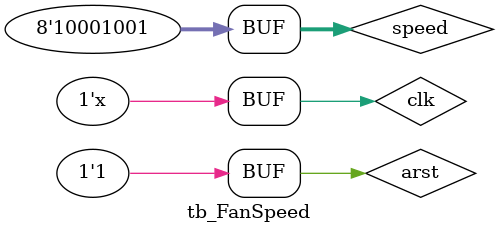
<source format=v>
`timescale 1ns / 1ps


module tb_FanSpeed;

	// Inputs
	reg arst;
	reg clk;
	reg [7:0] speed;

	// Outputs
	wire pwm_data;

	// Instantiate the Unit Under Test (UUT)
	FanSpeed uut (
		.arst(arst), 
		.clk(clk), 
		.speed(speed), 
		.pwm_data(pwm_data)
	);

	initial begin
  arst = 0;
  clk = 0;
  
  // Initialize Inputs
  #10 speed = 8'b10001001; arst = 1;

 end
 
 always #10 clk = ~clk;
      
endmodule
</source>
